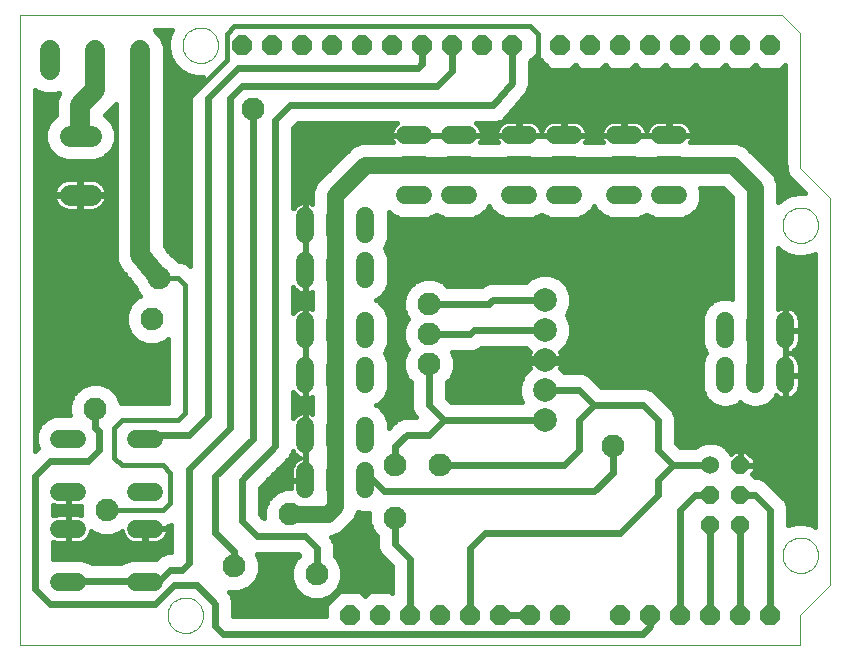
<source format=gbl>
G75*
G70*
%OFA0B0*%
%FSLAX24Y24*%
%IPPOS*%
%LPD*%
%AMOC8*
5,1,8,0,0,1.08239X$1,22.5*
%
%ADD10C,0.0000*%
%ADD11C,0.0600*%
%ADD12OC8,0.0660*%
%ADD13C,0.0660*%
%ADD14C,0.0787*%
%ADD15C,0.0600*%
%ADD16OC8,0.0600*%
%ADD17C,0.0705*%
%ADD18C,0.0760*%
%ADD19C,0.0240*%
%ADD20C,0.0160*%
%ADD21C,0.0560*%
D10*
X000500Y000500D02*
X000500Y021500D01*
X025900Y021500D01*
X026500Y020900D01*
X026500Y016400D01*
X027500Y015400D01*
X027500Y002500D01*
X026500Y001500D01*
X026500Y000500D01*
X000500Y000500D01*
X005409Y001500D02*
X005411Y001548D01*
X005417Y001596D01*
X005427Y001643D01*
X005440Y001689D01*
X005458Y001734D01*
X005478Y001778D01*
X005503Y001820D01*
X005531Y001859D01*
X005561Y001896D01*
X005595Y001930D01*
X005632Y001962D01*
X005670Y001991D01*
X005711Y002016D01*
X005754Y002038D01*
X005799Y002056D01*
X005845Y002070D01*
X005892Y002081D01*
X005940Y002088D01*
X005988Y002091D01*
X006036Y002090D01*
X006084Y002085D01*
X006132Y002076D01*
X006178Y002064D01*
X006223Y002047D01*
X006267Y002027D01*
X006309Y002004D01*
X006349Y001977D01*
X006387Y001947D01*
X006422Y001914D01*
X006454Y001878D01*
X006484Y001840D01*
X006510Y001799D01*
X006532Y001756D01*
X006552Y001712D01*
X006567Y001667D01*
X006579Y001620D01*
X006587Y001572D01*
X006591Y001524D01*
X006591Y001476D01*
X006587Y001428D01*
X006579Y001380D01*
X006567Y001333D01*
X006552Y001288D01*
X006532Y001244D01*
X006510Y001201D01*
X006484Y001160D01*
X006454Y001122D01*
X006422Y001086D01*
X006387Y001053D01*
X006349Y001023D01*
X006309Y000996D01*
X006267Y000973D01*
X006223Y000953D01*
X006178Y000936D01*
X006132Y000924D01*
X006084Y000915D01*
X006036Y000910D01*
X005988Y000909D01*
X005940Y000912D01*
X005892Y000919D01*
X005845Y000930D01*
X005799Y000944D01*
X005754Y000962D01*
X005711Y000984D01*
X005670Y001009D01*
X005632Y001038D01*
X005595Y001070D01*
X005561Y001104D01*
X005531Y001141D01*
X005503Y001180D01*
X005478Y001222D01*
X005458Y001266D01*
X005440Y001311D01*
X005427Y001357D01*
X005417Y001404D01*
X005411Y001452D01*
X005409Y001500D01*
X025909Y003500D02*
X025911Y003548D01*
X025917Y003596D01*
X025927Y003643D01*
X025940Y003689D01*
X025958Y003734D01*
X025978Y003778D01*
X026003Y003820D01*
X026031Y003859D01*
X026061Y003896D01*
X026095Y003930D01*
X026132Y003962D01*
X026170Y003991D01*
X026211Y004016D01*
X026254Y004038D01*
X026299Y004056D01*
X026345Y004070D01*
X026392Y004081D01*
X026440Y004088D01*
X026488Y004091D01*
X026536Y004090D01*
X026584Y004085D01*
X026632Y004076D01*
X026678Y004064D01*
X026723Y004047D01*
X026767Y004027D01*
X026809Y004004D01*
X026849Y003977D01*
X026887Y003947D01*
X026922Y003914D01*
X026954Y003878D01*
X026984Y003840D01*
X027010Y003799D01*
X027032Y003756D01*
X027052Y003712D01*
X027067Y003667D01*
X027079Y003620D01*
X027087Y003572D01*
X027091Y003524D01*
X027091Y003476D01*
X027087Y003428D01*
X027079Y003380D01*
X027067Y003333D01*
X027052Y003288D01*
X027032Y003244D01*
X027010Y003201D01*
X026984Y003160D01*
X026954Y003122D01*
X026922Y003086D01*
X026887Y003053D01*
X026849Y003023D01*
X026809Y002996D01*
X026767Y002973D01*
X026723Y002953D01*
X026678Y002936D01*
X026632Y002924D01*
X026584Y002915D01*
X026536Y002910D01*
X026488Y002909D01*
X026440Y002912D01*
X026392Y002919D01*
X026345Y002930D01*
X026299Y002944D01*
X026254Y002962D01*
X026211Y002984D01*
X026170Y003009D01*
X026132Y003038D01*
X026095Y003070D01*
X026061Y003104D01*
X026031Y003141D01*
X026003Y003180D01*
X025978Y003222D01*
X025958Y003266D01*
X025940Y003311D01*
X025927Y003357D01*
X025917Y003404D01*
X025911Y003452D01*
X025909Y003500D01*
X025909Y014500D02*
X025911Y014548D01*
X025917Y014596D01*
X025927Y014643D01*
X025940Y014689D01*
X025958Y014734D01*
X025978Y014778D01*
X026003Y014820D01*
X026031Y014859D01*
X026061Y014896D01*
X026095Y014930D01*
X026132Y014962D01*
X026170Y014991D01*
X026211Y015016D01*
X026254Y015038D01*
X026299Y015056D01*
X026345Y015070D01*
X026392Y015081D01*
X026440Y015088D01*
X026488Y015091D01*
X026536Y015090D01*
X026584Y015085D01*
X026632Y015076D01*
X026678Y015064D01*
X026723Y015047D01*
X026767Y015027D01*
X026809Y015004D01*
X026849Y014977D01*
X026887Y014947D01*
X026922Y014914D01*
X026954Y014878D01*
X026984Y014840D01*
X027010Y014799D01*
X027032Y014756D01*
X027052Y014712D01*
X027067Y014667D01*
X027079Y014620D01*
X027087Y014572D01*
X027091Y014524D01*
X027091Y014476D01*
X027087Y014428D01*
X027079Y014380D01*
X027067Y014333D01*
X027052Y014288D01*
X027032Y014244D01*
X027010Y014201D01*
X026984Y014160D01*
X026954Y014122D01*
X026922Y014086D01*
X026887Y014053D01*
X026849Y014023D01*
X026809Y013996D01*
X026767Y013973D01*
X026723Y013953D01*
X026678Y013936D01*
X026632Y013924D01*
X026584Y013915D01*
X026536Y013910D01*
X026488Y013909D01*
X026440Y013912D01*
X026392Y013919D01*
X026345Y013930D01*
X026299Y013944D01*
X026254Y013962D01*
X026211Y013984D01*
X026170Y014009D01*
X026132Y014038D01*
X026095Y014070D01*
X026061Y014104D01*
X026031Y014141D01*
X026003Y014180D01*
X025978Y014222D01*
X025958Y014266D01*
X025940Y014311D01*
X025927Y014357D01*
X025917Y014404D01*
X025911Y014452D01*
X025909Y014500D01*
X005909Y020500D02*
X005911Y020548D01*
X005917Y020596D01*
X005927Y020643D01*
X005940Y020689D01*
X005958Y020734D01*
X005978Y020778D01*
X006003Y020820D01*
X006031Y020859D01*
X006061Y020896D01*
X006095Y020930D01*
X006132Y020962D01*
X006170Y020991D01*
X006211Y021016D01*
X006254Y021038D01*
X006299Y021056D01*
X006345Y021070D01*
X006392Y021081D01*
X006440Y021088D01*
X006488Y021091D01*
X006536Y021090D01*
X006584Y021085D01*
X006632Y021076D01*
X006678Y021064D01*
X006723Y021047D01*
X006767Y021027D01*
X006809Y021004D01*
X006849Y020977D01*
X006887Y020947D01*
X006922Y020914D01*
X006954Y020878D01*
X006984Y020840D01*
X007010Y020799D01*
X007032Y020756D01*
X007052Y020712D01*
X007067Y020667D01*
X007079Y020620D01*
X007087Y020572D01*
X007091Y020524D01*
X007091Y020476D01*
X007087Y020428D01*
X007079Y020380D01*
X007067Y020333D01*
X007052Y020288D01*
X007032Y020244D01*
X007010Y020201D01*
X006984Y020160D01*
X006954Y020122D01*
X006922Y020086D01*
X006887Y020053D01*
X006849Y020023D01*
X006809Y019996D01*
X006767Y019973D01*
X006723Y019953D01*
X006678Y019936D01*
X006632Y019924D01*
X006584Y019915D01*
X006536Y019910D01*
X006488Y019909D01*
X006440Y019912D01*
X006392Y019919D01*
X006345Y019930D01*
X006299Y019944D01*
X006254Y019962D01*
X006211Y019984D01*
X006170Y020009D01*
X006132Y020038D01*
X006095Y020070D01*
X006061Y020104D01*
X006031Y020141D01*
X006003Y020180D01*
X005978Y020222D01*
X005958Y020266D01*
X005940Y020311D01*
X005927Y020357D01*
X005917Y020404D01*
X005911Y020452D01*
X005909Y020500D01*
D11*
X010000Y014800D02*
X010000Y014200D01*
X011000Y014200D02*
X011000Y014800D01*
X012000Y014800D02*
X012000Y014200D01*
X012000Y013300D02*
X012000Y012700D01*
X011000Y012700D02*
X011000Y013300D01*
X010000Y013300D02*
X010000Y012700D01*
X010000Y011300D02*
X010000Y010700D01*
X011000Y010700D02*
X011000Y011300D01*
X012000Y011300D02*
X012000Y010700D01*
X012000Y009800D02*
X012000Y009200D01*
X011000Y009200D02*
X011000Y009800D01*
X010000Y009800D02*
X010000Y009200D01*
X010000Y007800D02*
X010000Y007200D01*
X011000Y007200D02*
X011000Y007800D01*
X012000Y007800D02*
X012000Y007200D01*
X012000Y006300D02*
X012000Y005700D01*
X011000Y005700D02*
X011000Y006300D01*
X010000Y006300D02*
X010000Y005700D01*
X004955Y005610D02*
X004355Y005610D01*
X004355Y004390D02*
X004955Y004390D01*
X004955Y002610D02*
X004355Y002610D01*
X002395Y002610D02*
X001795Y002610D01*
X001795Y004390D02*
X002395Y004390D01*
X002395Y005610D02*
X001795Y005610D01*
X001795Y007390D02*
X002395Y007390D01*
X004355Y007390D02*
X004955Y007390D01*
X013325Y015500D02*
X013925Y015500D01*
X014825Y015500D02*
X015425Y015500D01*
X015425Y016500D02*
X014825Y016500D01*
X013925Y016500D02*
X013325Y016500D01*
X013325Y017500D02*
X013925Y017500D01*
X014825Y017500D02*
X015425Y017500D01*
X016825Y017500D02*
X017425Y017500D01*
X018325Y017500D02*
X018925Y017500D01*
X018925Y016500D02*
X018325Y016500D01*
X017425Y016500D02*
X016825Y016500D01*
X016825Y015500D02*
X017425Y015500D01*
X018325Y015500D02*
X018925Y015500D01*
X020325Y015500D02*
X020925Y015500D01*
X021825Y015500D02*
X022425Y015500D01*
X022425Y016500D02*
X021825Y016500D01*
X020925Y016500D02*
X020325Y016500D01*
X020325Y017500D02*
X020925Y017500D01*
X021825Y017500D02*
X022425Y017500D01*
X024000Y011300D02*
X024000Y010700D01*
X024000Y009800D02*
X024000Y009200D01*
X025000Y009200D02*
X025000Y009800D01*
X025000Y010700D02*
X025000Y011300D01*
X026000Y011300D02*
X026000Y010700D01*
X026000Y009800D02*
X026000Y009200D01*
D12*
X025500Y001500D03*
X024500Y001500D03*
X023500Y001500D03*
X022500Y001500D03*
X021500Y001500D03*
X020500Y001500D03*
X018500Y001500D03*
X017500Y001500D03*
X016500Y001500D03*
X015500Y001500D03*
X014500Y001500D03*
X013500Y001500D03*
X012500Y001500D03*
X011500Y001500D03*
X011900Y020500D03*
X012900Y020500D03*
X013900Y020500D03*
X014900Y020500D03*
X015900Y020500D03*
X016900Y020500D03*
X018500Y020500D03*
X019500Y020500D03*
X020500Y020500D03*
X021500Y020500D03*
X022500Y020500D03*
X023500Y020500D03*
X024500Y020500D03*
X025500Y020500D03*
X010900Y020500D03*
X009900Y020500D03*
X008900Y020500D03*
X007900Y020500D03*
D13*
X004500Y020330D02*
X004500Y019670D01*
X004500Y020000D02*
X004500Y013500D01*
X005125Y012750D01*
X002500Y017484D02*
X002500Y018500D01*
X003000Y019000D01*
X003000Y020000D01*
X003000Y020330D02*
X003000Y019670D01*
X001500Y019670D02*
X001500Y020330D01*
D14*
X018000Y012000D03*
X018000Y011000D03*
X018000Y010000D03*
X018000Y009000D03*
X018000Y008000D03*
D15*
X023500Y006500D03*
D16*
X024500Y006500D03*
X024500Y005500D03*
X023500Y005500D03*
X023500Y004500D03*
X024500Y004500D03*
D17*
X002853Y015516D02*
X002148Y015516D01*
X002148Y017484D02*
X002853Y017484D01*
D18*
X005750Y018750D03*
X008250Y018375D03*
X005125Y012750D03*
X004875Y011375D03*
X003000Y008375D03*
X003375Y005000D03*
X007625Y003125D03*
X009500Y004875D03*
X010375Y002875D03*
X012000Y003000D03*
X013000Y004750D03*
X013000Y006500D03*
X014500Y006500D03*
X014125Y009875D03*
X014125Y010875D03*
X014125Y011875D03*
X020250Y007125D03*
X025125Y007625D03*
D19*
X023500Y006500D02*
X022250Y006500D01*
X021750Y007000D01*
X021750Y008000D01*
X021250Y008500D01*
X019625Y008500D01*
X019125Y009000D01*
X018000Y009000D01*
X018000Y008000D02*
X014625Y008000D01*
X014125Y008500D01*
X014125Y009875D01*
X014125Y010875D02*
X015500Y010875D01*
X015625Y011000D01*
X018000Y011000D01*
X018000Y012000D02*
X016250Y012000D01*
X016125Y011875D01*
X014125Y011875D01*
X014625Y008000D02*
X014125Y007500D01*
X013375Y007500D01*
X013000Y007125D01*
X013000Y006500D01*
X012250Y006000D02*
X012625Y005625D01*
X019625Y005625D01*
X020250Y006250D01*
X020250Y007125D01*
X019125Y007000D02*
X019125Y008000D01*
X019625Y008500D01*
X019125Y007000D02*
X018625Y006500D01*
X014500Y006500D01*
X012250Y006000D02*
X012000Y006000D01*
X013000Y004750D02*
X013000Y003875D01*
X013500Y003375D01*
X013500Y001500D01*
X015500Y001500D02*
X015500Y003750D01*
X016000Y004250D01*
X020500Y004250D01*
X021750Y005500D01*
X021750Y006000D01*
X022250Y006500D01*
X023000Y005500D02*
X022500Y005000D01*
X022500Y001500D01*
X021500Y001500D02*
X021500Y001125D01*
X021250Y000875D01*
X007250Y000875D01*
X007000Y001125D01*
X007000Y001875D01*
X006375Y002500D01*
X005625Y002500D01*
X005000Y001875D01*
X001500Y001875D01*
X001000Y002375D01*
X001000Y006125D01*
X001500Y006625D01*
X002750Y006625D01*
X003125Y007000D01*
X003125Y007625D01*
X003000Y007750D01*
X003000Y008375D01*
X004670Y007500D02*
X004655Y007390D01*
X004670Y007500D02*
X006125Y007500D01*
X006750Y008125D01*
X006750Y018750D01*
X007750Y019750D01*
X013750Y019750D01*
X013875Y019875D01*
X013875Y020000D01*
X013875Y020500D01*
X014875Y020500D02*
X014875Y019625D01*
X014375Y019125D01*
X007875Y019125D01*
X007500Y018750D01*
X007500Y007750D01*
X006125Y006375D01*
X006125Y003250D01*
X005875Y003000D01*
X005500Y003000D01*
X005125Y002625D01*
X004625Y002625D01*
X002125Y002625D01*
X004625Y002625D02*
X004625Y002640D01*
X004655Y002610D01*
X007000Y004250D02*
X007625Y003625D01*
X007625Y003125D01*
X008375Y004125D02*
X010000Y004125D01*
X010375Y003750D01*
X010375Y002875D01*
X008375Y004125D02*
X007875Y004625D01*
X007875Y006000D01*
X009000Y007125D01*
X009000Y018000D01*
X009500Y018500D01*
X016250Y018500D01*
X016875Y019250D01*
X016875Y020500D01*
X008250Y018375D02*
X008250Y007375D01*
X007000Y006125D01*
X007000Y004250D01*
X016500Y001500D02*
X017500Y001500D01*
X023000Y005500D02*
X023500Y005500D01*
X024500Y005500D02*
X025000Y005500D01*
X025500Y005000D01*
X025500Y001500D01*
X024500Y001500D02*
X024500Y004500D01*
X023500Y004500D02*
X023500Y001500D01*
D20*
X026100Y004501D02*
X026100Y005119D01*
X026009Y005340D01*
X025840Y005509D01*
X025340Y006009D01*
X025119Y006100D01*
X025003Y006100D01*
X024891Y006212D01*
X024980Y006301D01*
X024980Y006480D01*
X024520Y006480D01*
X024520Y006520D01*
X024480Y006520D01*
X024480Y006980D01*
X024301Y006980D01*
X024191Y006870D01*
X024161Y006942D01*
X023942Y007161D01*
X023655Y007280D01*
X023345Y007280D01*
X023058Y007161D01*
X022997Y007100D01*
X022499Y007100D01*
X022350Y007249D01*
X022350Y008119D01*
X022259Y008340D01*
X021759Y008840D01*
X021590Y009009D01*
X021369Y009100D01*
X019874Y009100D01*
X019634Y009340D01*
X019465Y009509D01*
X019244Y009600D01*
X018636Y009600D01*
X018506Y009730D01*
X018532Y009780D01*
X018560Y009866D01*
X018568Y009920D01*
X018080Y009920D01*
X018080Y010080D01*
X018568Y010080D01*
X018560Y010134D01*
X018532Y010220D01*
X018506Y010270D01*
X018741Y010505D01*
X018874Y010826D01*
X018874Y011174D01*
X018741Y011495D01*
X018736Y011500D01*
X018741Y011505D01*
X018874Y011826D01*
X018874Y012174D01*
X018741Y012495D01*
X018495Y012741D01*
X018174Y012874D01*
X017826Y012874D01*
X017505Y012741D01*
X017364Y012600D01*
X016131Y012600D01*
X015910Y012509D01*
X015880Y012479D01*
X015871Y012475D01*
X014741Y012475D01*
X014612Y012604D01*
X014296Y012735D01*
X013954Y012735D01*
X013638Y012604D01*
X013396Y012362D01*
X013265Y012046D01*
X013265Y011704D01*
X013396Y011388D01*
X013409Y011375D01*
X013396Y011362D01*
X013265Y011046D01*
X013265Y010704D01*
X013396Y010388D01*
X013409Y010375D01*
X013396Y010362D01*
X013265Y010046D01*
X013265Y009704D01*
X013396Y009388D01*
X013525Y009259D01*
X013525Y008381D01*
X013616Y008160D01*
X013676Y008100D01*
X013256Y008100D01*
X013035Y008009D01*
X012866Y007840D01*
X012780Y007754D01*
X012780Y007955D01*
X012661Y008242D01*
X012442Y008461D01*
X012348Y008500D01*
X012442Y008539D01*
X012661Y008758D01*
X012780Y009045D01*
X012780Y009955D01*
X012661Y010242D01*
X012653Y010250D01*
X012661Y010258D01*
X012780Y010545D01*
X012780Y011455D01*
X012661Y011742D01*
X012442Y011961D01*
X012348Y012000D01*
X012442Y012039D01*
X012661Y012258D01*
X012780Y012545D01*
X012780Y013455D01*
X012661Y013742D01*
X012653Y013750D01*
X012661Y013758D01*
X012780Y014045D01*
X012780Y014942D01*
X012883Y014839D01*
X013170Y014720D01*
X014080Y014720D01*
X014367Y014839D01*
X014375Y014847D01*
X014383Y014839D01*
X014670Y014720D01*
X015580Y014720D01*
X015867Y014839D01*
X016086Y015058D01*
X016125Y015152D01*
X016164Y015058D01*
X016383Y014839D01*
X016670Y014720D01*
X017580Y014720D01*
X017867Y014839D01*
X017875Y014847D01*
X017883Y014839D01*
X018170Y014720D01*
X019080Y014720D01*
X019367Y014839D01*
X019586Y015058D01*
X019625Y015152D01*
X019664Y015058D01*
X019883Y014839D01*
X020170Y014720D01*
X021080Y014720D01*
X021367Y014839D01*
X021375Y014847D01*
X021383Y014839D01*
X021670Y014720D01*
X022580Y014720D01*
X022867Y014839D01*
X023086Y015058D01*
X023205Y015345D01*
X023205Y015655D01*
X023170Y015740D01*
X023935Y015740D01*
X024240Y015435D01*
X024240Y012045D01*
X024155Y012080D01*
X023845Y012080D01*
X023558Y011961D01*
X023339Y011742D01*
X023220Y011455D01*
X023220Y010545D01*
X023339Y010258D01*
X023347Y010250D01*
X023339Y010242D01*
X023220Y009955D01*
X023220Y009045D01*
X023339Y008758D01*
X023558Y008539D01*
X023845Y008420D01*
X024155Y008420D01*
X024442Y008539D01*
X024500Y008597D01*
X024558Y008539D01*
X024845Y008420D01*
X025155Y008420D01*
X025442Y008539D01*
X025661Y008758D01*
X025691Y008831D01*
X025748Y008789D01*
X025816Y008755D01*
X025888Y008732D01*
X025962Y008720D01*
X025980Y008720D01*
X025980Y009480D01*
X026020Y009480D01*
X026020Y009520D01*
X025980Y009520D01*
X025980Y010980D01*
X026020Y010980D01*
X026020Y011020D01*
X026480Y011020D01*
X026480Y011338D01*
X026468Y011412D01*
X026445Y011484D01*
X026411Y011552D01*
X026366Y011613D01*
X026313Y011666D01*
X026252Y011711D01*
X026184Y011745D01*
X026112Y011768D01*
X026038Y011780D01*
X026020Y011780D01*
X026020Y011020D01*
X025980Y011020D01*
X025980Y011780D01*
X025962Y011780D01*
X025888Y011768D01*
X025816Y011745D01*
X025760Y011716D01*
X025760Y013726D01*
X025843Y013643D01*
X026087Y013502D01*
X026359Y013429D01*
X026641Y013429D01*
X026913Y013502D01*
X027000Y013553D01*
X027000Y004447D01*
X026913Y004498D01*
X026641Y004571D01*
X026359Y004571D01*
X026100Y004501D01*
X026100Y004621D02*
X027000Y004621D01*
X027000Y004463D02*
X026974Y004463D01*
X027000Y004780D02*
X026100Y004780D01*
X026100Y004938D02*
X027000Y004938D01*
X027000Y005097D02*
X026100Y005097D01*
X026044Y005255D02*
X027000Y005255D01*
X027000Y005414D02*
X025935Y005414D01*
X025777Y005572D02*
X027000Y005572D01*
X027000Y005731D02*
X025618Y005731D01*
X025460Y005889D02*
X027000Y005889D01*
X027000Y006048D02*
X025246Y006048D01*
X024897Y006206D02*
X027000Y006206D01*
X027000Y006365D02*
X024980Y006365D01*
X024980Y006520D02*
X024980Y006699D01*
X024699Y006980D01*
X024520Y006980D01*
X024520Y006520D01*
X024980Y006520D01*
X024980Y006523D02*
X027000Y006523D01*
X027000Y006682D02*
X024980Y006682D01*
X024839Y006840D02*
X027000Y006840D01*
X027000Y006999D02*
X024105Y006999D01*
X023946Y007157D02*
X027000Y007157D01*
X027000Y007316D02*
X022350Y007316D01*
X022350Y007474D02*
X027000Y007474D01*
X027000Y007633D02*
X022350Y007633D01*
X022350Y007791D02*
X027000Y007791D01*
X027000Y007950D02*
X022350Y007950D01*
X022350Y008108D02*
X027000Y008108D01*
X027000Y008267D02*
X022289Y008267D01*
X022174Y008425D02*
X023833Y008425D01*
X024167Y008425D02*
X024833Y008425D01*
X024513Y008584D02*
X024487Y008584D01*
X025167Y008425D02*
X027000Y008425D01*
X027000Y008584D02*
X025487Y008584D01*
X025645Y008742D02*
X025856Y008742D01*
X025980Y008742D02*
X026020Y008742D01*
X026020Y008720D02*
X026038Y008720D01*
X026112Y008732D01*
X026184Y008755D01*
X026252Y008789D01*
X026313Y008834D01*
X026366Y008887D01*
X026411Y008948D01*
X026445Y009016D01*
X026468Y009088D01*
X026480Y009162D01*
X026480Y009480D01*
X026020Y009480D01*
X026020Y008720D01*
X026144Y008742D02*
X027000Y008742D01*
X027000Y008901D02*
X026376Y008901D01*
X026459Y009059D02*
X027000Y009059D01*
X027000Y009218D02*
X026480Y009218D01*
X026480Y009376D02*
X027000Y009376D01*
X027000Y009535D02*
X026480Y009535D01*
X026480Y009520D02*
X026480Y009838D01*
X026468Y009912D01*
X026445Y009984D01*
X026411Y010052D01*
X026366Y010113D01*
X026313Y010166D01*
X026252Y010211D01*
X026184Y010245D01*
X026168Y010250D01*
X026184Y010255D01*
X026252Y010289D01*
X026313Y010334D01*
X026366Y010387D01*
X026411Y010448D01*
X026445Y010516D01*
X026468Y010588D01*
X026480Y010662D01*
X026480Y010980D01*
X026020Y010980D01*
X026020Y010220D01*
X026020Y009520D01*
X026480Y009520D01*
X026480Y009693D02*
X027000Y009693D01*
X027000Y009852D02*
X026478Y009852D01*
X026432Y010010D02*
X027000Y010010D01*
X027000Y010169D02*
X026309Y010169D01*
X026303Y010327D02*
X027000Y010327D01*
X027000Y010486D02*
X026429Y010486D01*
X026477Y010644D02*
X027000Y010644D01*
X027000Y010803D02*
X026480Y010803D01*
X026480Y010961D02*
X027000Y010961D01*
X027000Y011120D02*
X026480Y011120D01*
X026480Y011278D02*
X027000Y011278D01*
X027000Y011437D02*
X026460Y011437D01*
X026379Y011595D02*
X027000Y011595D01*
X027000Y011754D02*
X026158Y011754D01*
X026020Y011754D02*
X025980Y011754D01*
X025842Y011754D02*
X025760Y011754D01*
X025760Y011912D02*
X027000Y011912D01*
X027000Y012071D02*
X025760Y012071D01*
X025760Y012229D02*
X027000Y012229D01*
X027000Y012388D02*
X025760Y012388D01*
X025760Y012546D02*
X027000Y012546D01*
X027000Y012705D02*
X025760Y012705D01*
X025760Y012863D02*
X027000Y012863D01*
X027000Y013022D02*
X025760Y013022D01*
X025760Y013180D02*
X027000Y013180D01*
X027000Y013339D02*
X025760Y013339D01*
X025760Y013497D02*
X026107Y013497D01*
X025830Y013656D02*
X025760Y013656D01*
X026893Y013497D02*
X027000Y013497D01*
X025760Y015274D02*
X025760Y015901D01*
X025644Y016181D01*
X025431Y016394D01*
X024681Y017144D01*
X024401Y017260D01*
X022841Y017260D01*
X022870Y017316D01*
X022893Y017388D01*
X022905Y017462D01*
X022905Y017480D01*
X022145Y017480D01*
X022145Y017520D01*
X022105Y017520D01*
X022105Y017980D01*
X021787Y017980D01*
X021713Y017968D01*
X021641Y017945D01*
X021573Y017911D01*
X021512Y017866D01*
X021459Y017813D01*
X021414Y017752D01*
X021380Y017684D01*
X021375Y017668D01*
X021370Y017684D01*
X021336Y017752D01*
X021291Y017813D01*
X021238Y017866D01*
X021177Y017911D01*
X021109Y017945D01*
X021037Y017968D01*
X020963Y017980D01*
X020645Y017980D01*
X020645Y017520D01*
X021405Y017520D01*
X022105Y017520D01*
X022105Y017480D01*
X020645Y017480D01*
X020645Y017520D01*
X020605Y017520D01*
X020605Y017980D01*
X020287Y017980D01*
X020213Y017968D01*
X020141Y017945D01*
X020073Y017911D01*
X020012Y017866D01*
X019959Y017813D01*
X019914Y017752D01*
X019880Y017684D01*
X019857Y017612D01*
X019845Y017538D01*
X019845Y017520D01*
X020605Y017520D01*
X020605Y017480D01*
X019845Y017480D01*
X019845Y017462D01*
X019857Y017388D01*
X019880Y017316D01*
X019909Y017260D01*
X019341Y017260D01*
X019370Y017316D01*
X019393Y017388D01*
X019405Y017462D01*
X019405Y017480D01*
X018645Y017480D01*
X018645Y017520D01*
X018605Y017520D01*
X018605Y017980D01*
X018287Y017980D01*
X018213Y017968D01*
X018141Y017945D01*
X018073Y017911D01*
X018012Y017866D01*
X017959Y017813D01*
X017914Y017752D01*
X017880Y017684D01*
X017875Y017668D01*
X017870Y017684D01*
X017836Y017752D01*
X017791Y017813D01*
X017738Y017866D01*
X017677Y017911D01*
X017609Y017945D01*
X017537Y017968D01*
X017463Y017980D01*
X017145Y017980D01*
X017145Y017520D01*
X017905Y017520D01*
X018605Y017520D01*
X018605Y017480D01*
X017145Y017480D01*
X017145Y017520D01*
X017105Y017520D01*
X017105Y017980D01*
X016787Y017980D01*
X016713Y017968D01*
X016641Y017945D01*
X016573Y017911D01*
X016512Y017866D01*
X016459Y017813D01*
X016414Y017752D01*
X016380Y017684D01*
X016357Y017612D01*
X016345Y017538D01*
X016345Y017520D01*
X017105Y017520D01*
X017105Y017480D01*
X016345Y017480D01*
X016345Y017462D01*
X016357Y017388D01*
X016380Y017316D01*
X016409Y017260D01*
X015841Y017260D01*
X015870Y017316D01*
X015893Y017388D01*
X015905Y017462D01*
X015905Y017480D01*
X015145Y017480D01*
X015145Y017520D01*
X015905Y017520D01*
X015905Y017538D01*
X015893Y017612D01*
X015870Y017684D01*
X015836Y017752D01*
X015791Y017813D01*
X015738Y017866D01*
X015691Y017900D01*
X016159Y017900D01*
X016185Y017892D01*
X016277Y017900D01*
X016369Y017900D01*
X016395Y017911D01*
X016423Y017913D01*
X016505Y017956D01*
X016590Y017991D01*
X016610Y018011D01*
X016635Y018024D01*
X016694Y018095D01*
X016759Y018160D01*
X016769Y018186D01*
X017319Y018845D01*
X017384Y018910D01*
X017394Y018936D01*
X017412Y018958D01*
X017440Y019046D01*
X017475Y019131D01*
X017475Y019159D01*
X017483Y019185D01*
X017475Y019277D01*
X017475Y019929D01*
X017700Y020154D01*
X017700Y020154D01*
X018164Y019690D01*
X018836Y019690D01*
X019000Y019854D01*
X019164Y019690D01*
X019836Y019690D01*
X020000Y019854D01*
X020164Y019690D01*
X020836Y019690D01*
X021000Y019854D01*
X021164Y019690D01*
X021836Y019690D01*
X022000Y019854D01*
X022164Y019690D01*
X022836Y019690D01*
X023000Y019854D01*
X023164Y019690D01*
X023836Y019690D01*
X024000Y019854D01*
X024164Y019690D01*
X024836Y019690D01*
X025000Y019854D01*
X025164Y019690D01*
X025836Y019690D01*
X026000Y019854D01*
X026000Y016500D01*
X026020Y016480D01*
X026020Y016305D01*
X026093Y016128D01*
X026228Y015993D01*
X026654Y015567D01*
X026641Y015571D01*
X026359Y015571D01*
X026087Y015498D01*
X025843Y015357D01*
X025760Y015274D01*
X025760Y015399D02*
X025916Y015399D01*
X025760Y015558D02*
X026310Y015558D01*
X026505Y015716D02*
X025760Y015716D01*
X025760Y015875D02*
X026347Y015875D01*
X026188Y016033D02*
X025705Y016033D01*
X025633Y016192D02*
X026067Y016192D01*
X026020Y016350D02*
X025475Y016350D01*
X025316Y016509D02*
X026000Y016509D01*
X026000Y016667D02*
X025158Y016667D01*
X024999Y016826D02*
X026000Y016826D01*
X026000Y016984D02*
X024841Y016984D01*
X024682Y017143D02*
X026000Y017143D01*
X026000Y017301D02*
X022862Y017301D01*
X022905Y017460D02*
X026000Y017460D01*
X026000Y017618D02*
X022891Y017618D01*
X022893Y017612D02*
X022870Y017684D01*
X022836Y017752D01*
X022791Y017813D01*
X022738Y017866D01*
X022677Y017911D01*
X022609Y017945D01*
X022537Y017968D01*
X022463Y017980D01*
X022145Y017980D01*
X022145Y017520D01*
X022905Y017520D01*
X022905Y017538D01*
X022893Y017612D01*
X022817Y017777D02*
X026000Y017777D01*
X026000Y017935D02*
X022629Y017935D01*
X022145Y017935D02*
X022105Y017935D01*
X022105Y017777D02*
X022145Y017777D01*
X022145Y017618D02*
X022105Y017618D01*
X021621Y017935D02*
X021129Y017935D01*
X021317Y017777D02*
X021433Y017777D01*
X020645Y017777D02*
X020605Y017777D01*
X020605Y017935D02*
X020645Y017935D01*
X020645Y017618D02*
X020605Y017618D01*
X020121Y017935D02*
X019129Y017935D01*
X019109Y017945D02*
X019037Y017968D01*
X018963Y017980D01*
X018645Y017980D01*
X018645Y017520D01*
X019405Y017520D01*
X019405Y017538D01*
X019393Y017612D01*
X019370Y017684D01*
X019336Y017752D01*
X019291Y017813D01*
X019238Y017866D01*
X019177Y017911D01*
X019109Y017945D01*
X019317Y017777D02*
X019933Y017777D01*
X019859Y017618D02*
X019391Y017618D01*
X019405Y017460D02*
X019845Y017460D01*
X019888Y017301D02*
X019362Y017301D01*
X018645Y017618D02*
X018605Y017618D01*
X018605Y017777D02*
X018645Y017777D01*
X018645Y017935D02*
X018605Y017935D01*
X018121Y017935D02*
X017629Y017935D01*
X017817Y017777D02*
X017933Y017777D01*
X017145Y017777D02*
X017105Y017777D01*
X017105Y017935D02*
X017145Y017935D01*
X017145Y017618D02*
X017105Y017618D01*
X016621Y017935D02*
X016465Y017935D01*
X016433Y017777D02*
X015817Y017777D01*
X015891Y017618D02*
X016359Y017618D01*
X016345Y017460D02*
X015905Y017460D01*
X015862Y017301D02*
X016388Y017301D01*
X016692Y018094D02*
X026000Y018094D01*
X026000Y018252D02*
X016824Y018252D01*
X016956Y018411D02*
X026000Y018411D01*
X026000Y018569D02*
X017089Y018569D01*
X017221Y018728D02*
X026000Y018728D01*
X026000Y018886D02*
X017360Y018886D01*
X017439Y019045D02*
X026000Y019045D01*
X026000Y019203D02*
X017482Y019203D01*
X017475Y019362D02*
X026000Y019362D01*
X026000Y019520D02*
X017475Y019520D01*
X017475Y019679D02*
X026000Y019679D01*
X025983Y019837D02*
X026000Y019837D01*
X025017Y019837D02*
X024983Y019837D01*
X024017Y019837D02*
X023983Y019837D01*
X023017Y019837D02*
X022983Y019837D01*
X022017Y019837D02*
X021983Y019837D01*
X021017Y019837D02*
X020983Y019837D01*
X020017Y019837D02*
X019983Y019837D01*
X019017Y019837D02*
X018983Y019837D01*
X018017Y019837D02*
X017475Y019837D01*
X017541Y019996D02*
X017859Y019996D01*
X017750Y019500D02*
X017750Y020875D01*
X017500Y021125D01*
X007625Y021125D01*
X007375Y020875D01*
X007375Y020000D01*
X006125Y018750D01*
X006150Y018728D02*
X005310Y018728D01*
X005310Y018886D02*
X006157Y018886D01*
X006150Y018869D02*
X006150Y013142D01*
X006067Y013225D01*
X005861Y013310D01*
X005781Y013310D01*
X005612Y013479D01*
X005551Y013505D01*
X005310Y013793D01*
X005310Y020491D01*
X005187Y020789D01*
X004976Y021000D01*
X005553Y021000D01*
X005502Y020913D01*
X005429Y020641D01*
X005429Y020359D01*
X005502Y020087D01*
X005643Y019843D01*
X005843Y019643D01*
X006087Y019502D01*
X006359Y019429D01*
X006581Y019429D01*
X006410Y019259D01*
X006241Y019090D01*
X006150Y018869D01*
X006223Y019045D02*
X005310Y019045D01*
X005310Y019203D02*
X006355Y019203D01*
X006410Y019259D02*
X006410Y019259D01*
X006513Y019362D02*
X005310Y019362D01*
X005310Y019520D02*
X006056Y019520D01*
X005807Y019679D02*
X005310Y019679D01*
X005310Y019837D02*
X005649Y019837D01*
X005555Y019996D02*
X005310Y019996D01*
X005310Y020154D02*
X005484Y020154D01*
X005442Y020313D02*
X005310Y020313D01*
X005310Y020471D02*
X005429Y020471D01*
X005429Y020630D02*
X005253Y020630D01*
X005187Y020788D02*
X005469Y020788D01*
X005522Y020947D02*
X005029Y020947D01*
X005310Y018569D02*
X006150Y018569D01*
X006150Y018411D02*
X005310Y018411D01*
X005310Y018252D02*
X006150Y018252D01*
X006150Y018094D02*
X005310Y018094D01*
X005310Y017935D02*
X006150Y017935D01*
X006150Y017777D02*
X005310Y017777D01*
X005310Y017618D02*
X006150Y017618D01*
X006150Y017460D02*
X005310Y017460D01*
X005310Y017301D02*
X006150Y017301D01*
X006150Y017143D02*
X005310Y017143D01*
X005310Y016984D02*
X006150Y016984D01*
X006150Y016826D02*
X005310Y016826D01*
X005310Y016667D02*
X006150Y016667D01*
X006150Y016509D02*
X005310Y016509D01*
X005310Y016350D02*
X006150Y016350D01*
X006150Y016192D02*
X005310Y016192D01*
X005310Y016033D02*
X006150Y016033D01*
X006150Y015875D02*
X005310Y015875D01*
X005310Y015716D02*
X006150Y015716D01*
X006150Y015558D02*
X005310Y015558D01*
X005310Y015399D02*
X006150Y015399D01*
X006150Y015241D02*
X005310Y015241D01*
X005310Y015082D02*
X006150Y015082D01*
X006150Y014924D02*
X005310Y014924D01*
X005310Y014765D02*
X006150Y014765D01*
X006150Y014607D02*
X005310Y014607D01*
X005310Y014448D02*
X006150Y014448D01*
X006150Y014290D02*
X005310Y014290D01*
X005310Y014131D02*
X006150Y014131D01*
X006150Y013973D02*
X005310Y013973D01*
X005310Y013814D02*
X006150Y013814D01*
X006150Y013656D02*
X005425Y013656D01*
X005569Y013497D02*
X006150Y013497D01*
X006150Y013339D02*
X005753Y013339D01*
X006112Y013180D02*
X006150Y013180D01*
X005750Y012750D02*
X006000Y012500D01*
X006000Y008250D01*
X005750Y008000D01*
X003875Y008000D01*
X003625Y007750D01*
X003625Y006750D01*
X003875Y006500D01*
X005250Y006500D01*
X005500Y006250D01*
X005500Y005250D01*
X005250Y005000D01*
X003375Y005000D01*
X002515Y004938D02*
X001600Y004938D01*
X001611Y004835D02*
X001600Y004829D01*
X001600Y005171D01*
X001611Y005165D01*
X001683Y005142D01*
X001757Y005130D01*
X002075Y005130D01*
X002075Y005590D01*
X002115Y005590D01*
X002115Y005130D01*
X002433Y005130D01*
X002507Y005142D01*
X002515Y005144D01*
X002515Y004856D01*
X002507Y004858D01*
X002433Y004870D01*
X002115Y004870D01*
X002115Y004410D01*
X002075Y004410D01*
X002075Y004870D01*
X001757Y004870D01*
X001683Y004858D01*
X001611Y004835D01*
X001600Y005097D02*
X002515Y005097D01*
X002115Y005255D02*
X002075Y005255D01*
X002075Y005414D02*
X002115Y005414D01*
X002115Y005572D02*
X002075Y005572D01*
X002075Y004780D02*
X002115Y004780D01*
X002115Y004621D02*
X002075Y004621D01*
X002075Y004463D02*
X002115Y004463D01*
X002115Y004370D02*
X002115Y003910D01*
X002433Y003910D01*
X002507Y003922D01*
X002579Y003945D01*
X002647Y003979D01*
X002708Y004024D01*
X002761Y004077D01*
X002806Y004138D01*
X002840Y004206D01*
X002863Y004278D01*
X002866Y004293D01*
X002888Y004271D01*
X003204Y004140D01*
X003546Y004140D01*
X003862Y004271D01*
X003884Y004293D01*
X003887Y004278D01*
X003910Y004206D01*
X003944Y004138D01*
X003989Y004077D01*
X004042Y004024D01*
X004103Y003979D01*
X004171Y003945D01*
X004243Y003922D01*
X004317Y003910D01*
X004635Y003910D01*
X004635Y004370D01*
X004675Y004370D01*
X004675Y004410D01*
X005435Y004410D01*
X005435Y004428D01*
X005429Y004468D01*
X005525Y004508D01*
X005525Y003600D01*
X005381Y003600D01*
X005160Y003509D01*
X005041Y003390D01*
X004200Y003390D01*
X003913Y003271D01*
X003867Y003225D01*
X002883Y003225D01*
X002837Y003271D01*
X002550Y003390D01*
X001640Y003390D01*
X001600Y003373D01*
X001600Y003951D01*
X001611Y003945D01*
X001683Y003922D01*
X001757Y003910D01*
X002075Y003910D01*
X002075Y004370D01*
X002115Y004370D01*
X002115Y004304D02*
X002075Y004304D01*
X002075Y004146D02*
X002115Y004146D01*
X002115Y003987D02*
X002075Y003987D01*
X001600Y003829D02*
X005525Y003829D01*
X005525Y003987D02*
X005217Y003987D01*
X005207Y003979D02*
X005268Y004024D01*
X005321Y004077D01*
X005366Y004138D01*
X005400Y004206D01*
X005423Y004278D01*
X005435Y004352D01*
X005435Y004370D01*
X004675Y004370D01*
X004675Y003910D01*
X004993Y003910D01*
X005067Y003922D01*
X005139Y003945D01*
X005207Y003979D01*
X005369Y004146D02*
X005525Y004146D01*
X005525Y004304D02*
X005427Y004304D01*
X005429Y004463D02*
X005525Y004463D01*
X005525Y003670D02*
X001600Y003670D01*
X001600Y003512D02*
X005167Y003512D01*
X004675Y003987D02*
X004635Y003987D01*
X004635Y004146D02*
X004675Y004146D01*
X004675Y004304D02*
X004635Y004304D01*
X004093Y003987D02*
X002657Y003987D01*
X002809Y004146D02*
X003191Y004146D01*
X003559Y004146D02*
X003941Y004146D01*
X004111Y003353D02*
X002639Y003353D01*
X001000Y006974D02*
X001000Y019024D01*
X001041Y018983D01*
X001339Y018860D01*
X001661Y018860D01*
X001795Y018916D01*
X001690Y018661D01*
X001690Y018196D01*
X001676Y018190D01*
X001442Y017956D01*
X001315Y017650D01*
X001315Y017319D01*
X001442Y017013D01*
X001676Y016778D01*
X001982Y016652D01*
X003018Y016652D01*
X003324Y016778D01*
X003558Y017013D01*
X003685Y017319D01*
X003685Y017650D01*
X003558Y017956D01*
X003330Y018184D01*
X003687Y018541D01*
X003690Y018549D01*
X003690Y013537D01*
X003679Y013413D01*
X003690Y013377D01*
X003690Y013339D01*
X003738Y013224D01*
X003775Y013105D01*
X003799Y013076D01*
X003813Y013041D01*
X003901Y012953D01*
X004316Y012455D01*
X004396Y012263D01*
X004506Y012153D01*
X004388Y012104D01*
X004146Y011862D01*
X004015Y011546D01*
X004015Y011204D01*
X004146Y010888D01*
X004388Y010646D01*
X004704Y010515D01*
X005046Y010515D01*
X005362Y010646D01*
X005440Y010724D01*
X005440Y008560D01*
X003854Y008560D01*
X003729Y008862D01*
X003487Y009104D01*
X003171Y009235D01*
X002829Y009235D01*
X002513Y009104D01*
X002271Y008862D01*
X002140Y008546D01*
X002140Y008204D01*
X002154Y008170D01*
X001640Y008170D01*
X001353Y008051D01*
X001134Y007832D01*
X001015Y007545D01*
X001015Y007235D01*
X001087Y007061D01*
X001000Y006974D01*
X001000Y006999D02*
X001025Y006999D01*
X001000Y007157D02*
X001047Y007157D01*
X001015Y007316D02*
X001000Y007316D01*
X001000Y007474D02*
X001015Y007474D01*
X001000Y007633D02*
X001051Y007633D01*
X001000Y007791D02*
X001117Y007791D01*
X001000Y007950D02*
X001251Y007950D01*
X001490Y008108D02*
X001000Y008108D01*
X001000Y008267D02*
X002140Y008267D01*
X002140Y008425D02*
X001000Y008425D01*
X001000Y008584D02*
X002156Y008584D01*
X002221Y008742D02*
X001000Y008742D01*
X001000Y008901D02*
X002309Y008901D01*
X002468Y009059D02*
X001000Y009059D01*
X001000Y009218D02*
X002787Y009218D01*
X003213Y009218D02*
X005440Y009218D01*
X005440Y009376D02*
X001000Y009376D01*
X001000Y009535D02*
X005440Y009535D01*
X005440Y009693D02*
X001000Y009693D01*
X001000Y009852D02*
X005440Y009852D01*
X005440Y010010D02*
X001000Y010010D01*
X001000Y010169D02*
X005440Y010169D01*
X005440Y010327D02*
X001000Y010327D01*
X001000Y010486D02*
X005440Y010486D01*
X005440Y010644D02*
X005358Y010644D01*
X004392Y010644D02*
X001000Y010644D01*
X001000Y010803D02*
X004231Y010803D01*
X004116Y010961D02*
X001000Y010961D01*
X001000Y011120D02*
X004050Y011120D01*
X004015Y011278D02*
X001000Y011278D01*
X001000Y011437D02*
X004015Y011437D01*
X004035Y011595D02*
X001000Y011595D01*
X001000Y011754D02*
X004101Y011754D01*
X004196Y011912D02*
X001000Y011912D01*
X001000Y012071D02*
X004354Y012071D01*
X004430Y012229D02*
X001000Y012229D01*
X001000Y012388D02*
X004344Y012388D01*
X004241Y012546D02*
X001000Y012546D01*
X001000Y012705D02*
X004109Y012705D01*
X003976Y012863D02*
X001000Y012863D01*
X001000Y013022D02*
X003833Y013022D01*
X003751Y013180D02*
X001000Y013180D01*
X001000Y013339D02*
X003690Y013339D01*
X003686Y013497D02*
X001000Y013497D01*
X001000Y013656D02*
X003690Y013656D01*
X003690Y013814D02*
X001000Y013814D01*
X001000Y013973D02*
X003690Y013973D01*
X003690Y014131D02*
X001000Y014131D01*
X001000Y014290D02*
X003690Y014290D01*
X003690Y014448D02*
X001000Y014448D01*
X001000Y014607D02*
X003690Y014607D01*
X003690Y014765D02*
X001000Y014765D01*
X001000Y014924D02*
X003690Y014924D01*
X003690Y015082D02*
X003161Y015082D01*
X003132Y015060D02*
X003199Y015110D01*
X003259Y015169D01*
X003308Y015237D01*
X003346Y015311D01*
X003372Y015391D01*
X003385Y015474D01*
X003385Y015478D01*
X002538Y015478D01*
X002538Y015553D01*
X003385Y015553D01*
X003385Y015558D01*
X003372Y015640D01*
X003346Y015720D01*
X003308Y015795D01*
X003259Y015863D01*
X003199Y015922D01*
X003132Y015971D01*
X003057Y016009D01*
X002977Y016035D01*
X002894Y016048D01*
X002538Y016048D01*
X002538Y015553D01*
X002462Y015553D01*
X002462Y015478D01*
X001615Y015478D01*
X001615Y015474D01*
X001628Y015391D01*
X001654Y015311D01*
X001692Y015237D01*
X001741Y015169D01*
X001801Y015110D01*
X001868Y015060D01*
X001943Y015022D01*
X002023Y014996D01*
X002106Y014983D01*
X002462Y014983D01*
X002462Y015478D01*
X002538Y015478D01*
X002538Y014983D01*
X002894Y014983D01*
X002977Y014996D01*
X003057Y015022D01*
X003132Y015060D01*
X003310Y015241D02*
X003690Y015241D01*
X003690Y015399D02*
X003373Y015399D01*
X003385Y015558D02*
X003690Y015558D01*
X003690Y015716D02*
X003347Y015716D01*
X003247Y015875D02*
X003690Y015875D01*
X003690Y016033D02*
X002984Y016033D01*
X002538Y016033D02*
X002462Y016033D01*
X002462Y016048D02*
X002106Y016048D01*
X002023Y016035D01*
X001943Y016009D01*
X001868Y015971D01*
X001801Y015922D01*
X001741Y015863D01*
X001692Y015795D01*
X001654Y015720D01*
X001628Y015640D01*
X001615Y015558D01*
X001615Y015553D01*
X002462Y015553D01*
X002462Y016048D01*
X002462Y015875D02*
X002538Y015875D01*
X002538Y015716D02*
X002462Y015716D01*
X002462Y015558D02*
X002538Y015558D01*
X002538Y015399D02*
X002462Y015399D01*
X002462Y015241D02*
X002538Y015241D01*
X002538Y015082D02*
X002462Y015082D01*
X001839Y015082D02*
X001000Y015082D01*
X001000Y015241D02*
X001690Y015241D01*
X001627Y015399D02*
X001000Y015399D01*
X001000Y015558D02*
X001615Y015558D01*
X001653Y015716D02*
X001000Y015716D01*
X001000Y015875D02*
X001753Y015875D01*
X002016Y016033D02*
X001000Y016033D01*
X001000Y016192D02*
X003690Y016192D01*
X003690Y016350D02*
X001000Y016350D01*
X001000Y016509D02*
X003690Y016509D01*
X003690Y016667D02*
X003055Y016667D01*
X003371Y016826D02*
X003690Y016826D01*
X003690Y016984D02*
X003530Y016984D01*
X003612Y017143D02*
X003690Y017143D01*
X003678Y017301D02*
X003690Y017301D01*
X003685Y017460D02*
X003690Y017460D01*
X003685Y017618D02*
X003690Y017618D01*
X003690Y017777D02*
X003633Y017777D01*
X003690Y017935D02*
X003567Y017935D01*
X003690Y018094D02*
X003421Y018094D01*
X003398Y018252D02*
X003690Y018252D01*
X003690Y018411D02*
X003556Y018411D01*
X001783Y018886D02*
X001724Y018886D01*
X001718Y018728D02*
X001000Y018728D01*
X001000Y018886D02*
X001276Y018886D01*
X001000Y018569D02*
X001690Y018569D01*
X001690Y018411D02*
X001000Y018411D01*
X001000Y018252D02*
X001690Y018252D01*
X001579Y018094D02*
X001000Y018094D01*
X001000Y017935D02*
X001433Y017935D01*
X001367Y017777D02*
X001000Y017777D01*
X001000Y017618D02*
X001315Y017618D01*
X001315Y017460D02*
X001000Y017460D01*
X001000Y017301D02*
X001322Y017301D01*
X001388Y017143D02*
X001000Y017143D01*
X001000Y016984D02*
X001470Y016984D01*
X001629Y016826D02*
X001000Y016826D01*
X001000Y016667D02*
X001945Y016667D01*
X005125Y012750D02*
X005750Y012750D01*
X009600Y012434D02*
X009600Y011566D01*
X009634Y011613D01*
X009687Y011666D01*
X009748Y011711D01*
X009816Y011745D01*
X009888Y011768D01*
X009962Y011780D01*
X009980Y011780D01*
X009980Y011020D01*
X010020Y011020D01*
X010020Y011780D01*
X010038Y011780D01*
X010112Y011768D01*
X010184Y011745D01*
X010240Y011716D01*
X010240Y012284D01*
X010184Y012255D01*
X010112Y012232D01*
X010038Y012220D01*
X010020Y012220D01*
X010020Y012980D01*
X009980Y012980D01*
X009980Y012220D01*
X009962Y012220D01*
X009888Y012232D01*
X009816Y012255D01*
X009748Y012289D01*
X009687Y012334D01*
X009634Y012387D01*
X009600Y012434D01*
X009600Y012388D02*
X009634Y012388D01*
X009600Y012229D02*
X009905Y012229D01*
X009980Y012229D02*
X010020Y012229D01*
X010095Y012229D02*
X010240Y012229D01*
X010240Y012071D02*
X009600Y012071D01*
X009600Y011912D02*
X010240Y011912D01*
X010240Y011754D02*
X010158Y011754D01*
X010020Y011754D02*
X009980Y011754D01*
X009842Y011754D02*
X009600Y011754D01*
X009600Y011595D02*
X009621Y011595D01*
X009980Y011595D02*
X010020Y011595D01*
X010020Y011437D02*
X009980Y011437D01*
X009980Y011278D02*
X010020Y011278D01*
X010020Y011120D02*
X009980Y011120D01*
X009980Y010980D02*
X010020Y010980D01*
X010020Y009520D01*
X009980Y009520D01*
X009980Y010280D01*
X009980Y010980D01*
X009980Y010961D02*
X010020Y010961D01*
X010020Y010803D02*
X009980Y010803D01*
X009980Y010644D02*
X010020Y010644D01*
X010020Y010486D02*
X009980Y010486D01*
X009980Y010327D02*
X010020Y010327D01*
X010020Y010169D02*
X009980Y010169D01*
X009980Y010010D02*
X010020Y010010D01*
X010020Y009852D02*
X009980Y009852D01*
X009980Y009693D02*
X010020Y009693D01*
X010020Y009535D02*
X009980Y009535D01*
X009980Y009480D02*
X010020Y009480D01*
X010020Y008720D01*
X010038Y008720D01*
X010112Y008732D01*
X010184Y008755D01*
X010240Y008784D01*
X010240Y008216D01*
X010184Y008245D01*
X010112Y008268D01*
X010038Y008280D01*
X010020Y008280D01*
X010020Y007520D01*
X009980Y007520D01*
X009980Y008280D01*
X009962Y008280D01*
X009888Y008268D01*
X009816Y008245D01*
X009748Y008211D01*
X009687Y008166D01*
X009634Y008113D01*
X009600Y008066D01*
X009600Y008934D01*
X009634Y008887D01*
X009687Y008834D01*
X009748Y008789D01*
X009816Y008755D01*
X009888Y008732D01*
X009962Y008720D01*
X009980Y008720D01*
X009980Y009480D01*
X009980Y009376D02*
X010020Y009376D01*
X010020Y009218D02*
X009980Y009218D01*
X009980Y009059D02*
X010020Y009059D01*
X010020Y008901D02*
X009980Y008901D01*
X009980Y008742D02*
X010020Y008742D01*
X010144Y008742D02*
X010240Y008742D01*
X010240Y008584D02*
X009600Y008584D01*
X009600Y008742D02*
X009856Y008742D01*
X009624Y008901D02*
X009600Y008901D01*
X009600Y008425D02*
X010240Y008425D01*
X010240Y008267D02*
X010118Y008267D01*
X010020Y008267D02*
X009980Y008267D01*
X009882Y008267D02*
X009600Y008267D01*
X009600Y008108D02*
X009630Y008108D01*
X009980Y008108D02*
X010020Y008108D01*
X010020Y007950D02*
X009980Y007950D01*
X009980Y007791D02*
X010020Y007791D01*
X010020Y007633D02*
X009980Y007633D01*
X009980Y007480D02*
X010020Y007480D01*
X010020Y006020D01*
X009980Y006020D01*
X009980Y006720D01*
X009980Y007480D01*
X009980Y007474D02*
X010020Y007474D01*
X010020Y007316D02*
X009980Y007316D01*
X009980Y007157D02*
X010020Y007157D01*
X010020Y006999D02*
X009980Y006999D01*
X009980Y006840D02*
X010020Y006840D01*
X010020Y006682D02*
X009980Y006682D01*
X009980Y006523D02*
X010020Y006523D01*
X010020Y006365D02*
X009980Y006365D01*
X009980Y006206D02*
X010020Y006206D01*
X010020Y006048D02*
X009980Y006048D01*
X009980Y006020D02*
X009980Y005980D01*
X009520Y005980D01*
X009520Y005735D01*
X009329Y005735D01*
X009013Y005604D01*
X008771Y005362D01*
X008640Y005046D01*
X008640Y004725D01*
X008624Y004725D01*
X008475Y004874D01*
X008475Y005751D01*
X009509Y006785D01*
X009582Y006963D01*
X009589Y006948D01*
X009634Y006887D01*
X009687Y006834D01*
X009748Y006789D01*
X009816Y006755D01*
X009832Y006750D01*
X009816Y006745D01*
X009748Y006711D01*
X009687Y006666D01*
X009634Y006613D01*
X009589Y006552D01*
X009555Y006484D01*
X009532Y006412D01*
X009520Y006338D01*
X009520Y006020D01*
X009980Y006020D01*
X009520Y006048D02*
X008771Y006048D01*
X008930Y006206D02*
X009520Y006206D01*
X009524Y006365D02*
X009088Y006365D01*
X009247Y006523D02*
X009575Y006523D01*
X009708Y006682D02*
X009405Y006682D01*
X009531Y006840D02*
X009681Y006840D01*
X009520Y005889D02*
X008613Y005889D01*
X008475Y005731D02*
X009318Y005731D01*
X008981Y005572D02*
X008475Y005572D01*
X008475Y005414D02*
X008822Y005414D01*
X008727Y005255D02*
X008475Y005255D01*
X008475Y005097D02*
X008661Y005097D01*
X008640Y004938D02*
X008475Y004938D01*
X008569Y004780D02*
X008640Y004780D01*
X008390Y003525D02*
X009751Y003525D01*
X009775Y003501D01*
X009775Y003491D01*
X009646Y003362D01*
X009515Y003046D01*
X009515Y002704D01*
X009646Y002388D01*
X009888Y002146D01*
X010204Y002015D01*
X010546Y002015D01*
X010862Y002146D01*
X011104Y002388D01*
X011235Y002704D01*
X011235Y003046D01*
X011104Y003362D01*
X010975Y003491D01*
X010975Y003869D01*
X010884Y004090D01*
X010859Y004115D01*
X010901Y004115D01*
X011181Y004231D01*
X011431Y004481D01*
X011644Y004694D01*
X011753Y004958D01*
X011845Y004920D01*
X012140Y004920D01*
X012140Y004579D01*
X012271Y004263D01*
X012400Y004134D01*
X012400Y003756D01*
X012491Y003535D01*
X012660Y003366D01*
X012900Y003126D01*
X012900Y002246D01*
X012836Y002310D01*
X012164Y002310D01*
X012000Y002146D01*
X011836Y002310D01*
X011164Y002310D01*
X010690Y001836D01*
X010690Y001475D01*
X007600Y001475D01*
X007600Y001994D01*
X007509Y002215D01*
X007459Y002265D01*
X007796Y002265D01*
X008112Y002396D01*
X008354Y002638D01*
X008485Y002954D01*
X008485Y003296D01*
X008390Y003525D01*
X008396Y003512D02*
X009765Y003512D01*
X009642Y003353D02*
X008461Y003353D01*
X008485Y003195D02*
X009576Y003195D01*
X009515Y003036D02*
X008485Y003036D01*
X008453Y002878D02*
X009515Y002878D01*
X009515Y002719D02*
X008388Y002719D01*
X008277Y002561D02*
X009574Y002561D01*
X009640Y002402D02*
X008118Y002402D01*
X007562Y002085D02*
X010035Y002085D01*
X009790Y002244D02*
X007480Y002244D01*
X007600Y001927D02*
X010781Y001927D01*
X010715Y002085D02*
X010939Y002085D01*
X010960Y002244D02*
X011098Y002244D01*
X011110Y002402D02*
X012900Y002402D01*
X012900Y002561D02*
X011176Y002561D01*
X011235Y002719D02*
X012900Y002719D01*
X012900Y002878D02*
X011235Y002878D01*
X011235Y003036D02*
X012900Y003036D01*
X012832Y003195D02*
X011174Y003195D01*
X011108Y003353D02*
X012673Y003353D01*
X012515Y003512D02*
X010975Y003512D01*
X010975Y003670D02*
X012435Y003670D01*
X012400Y003829D02*
X010975Y003829D01*
X010926Y003987D02*
X012400Y003987D01*
X012388Y004146D02*
X010975Y004146D01*
X011254Y004304D02*
X012254Y004304D01*
X012188Y004463D02*
X011412Y004463D01*
X011571Y004621D02*
X012140Y004621D01*
X012140Y004780D02*
X011680Y004780D01*
X011745Y004938D02*
X011801Y004938D01*
X011902Y002244D02*
X012098Y002244D01*
X010690Y001768D02*
X007600Y001768D01*
X007600Y001610D02*
X010690Y001610D01*
X012780Y007791D02*
X012817Y007791D01*
X012780Y007950D02*
X012976Y007950D01*
X012717Y008108D02*
X013668Y008108D01*
X013572Y008267D02*
X012637Y008267D01*
X012478Y008425D02*
X013525Y008425D01*
X013525Y008584D02*
X012487Y008584D01*
X012645Y008742D02*
X013525Y008742D01*
X013525Y008901D02*
X012720Y008901D01*
X012780Y009059D02*
X013525Y009059D01*
X013525Y009218D02*
X012780Y009218D01*
X012780Y009376D02*
X013408Y009376D01*
X013335Y009535D02*
X012780Y009535D01*
X012780Y009693D02*
X013270Y009693D01*
X013265Y009852D02*
X012780Y009852D01*
X012757Y010010D02*
X013265Y010010D01*
X013316Y010169D02*
X012692Y010169D01*
X012690Y010327D02*
X013381Y010327D01*
X013355Y010486D02*
X012755Y010486D01*
X012780Y010644D02*
X013290Y010644D01*
X013265Y010803D02*
X012780Y010803D01*
X012780Y010961D02*
X013265Y010961D01*
X013295Y011120D02*
X012780Y011120D01*
X012780Y011278D02*
X013361Y011278D01*
X013376Y011437D02*
X012780Y011437D01*
X012722Y011595D02*
X013310Y011595D01*
X013265Y011754D02*
X012650Y011754D01*
X012491Y011912D02*
X013265Y011912D01*
X013275Y012071D02*
X012474Y012071D01*
X012632Y012229D02*
X013341Y012229D01*
X013421Y012388D02*
X012715Y012388D01*
X012780Y012546D02*
X013580Y012546D01*
X013880Y012705D02*
X012780Y012705D01*
X012780Y012863D02*
X017800Y012863D01*
X017469Y012705D02*
X014370Y012705D01*
X014670Y012546D02*
X016000Y012546D01*
X016188Y012000D02*
X016063Y011875D01*
X014125Y011875D01*
X012780Y013022D02*
X024240Y013022D01*
X024240Y013180D02*
X012780Y013180D01*
X012780Y013339D02*
X024240Y013339D01*
X024240Y013497D02*
X012763Y013497D01*
X012697Y013656D02*
X024240Y013656D01*
X024240Y013814D02*
X012684Y013814D01*
X012750Y013973D02*
X024240Y013973D01*
X024240Y014131D02*
X012780Y014131D01*
X012780Y014290D02*
X024240Y014290D01*
X024240Y014448D02*
X012780Y014448D01*
X012780Y014607D02*
X024240Y014607D01*
X024240Y014765D02*
X022689Y014765D01*
X022952Y014924D02*
X024240Y014924D01*
X024240Y015082D02*
X023096Y015082D01*
X023162Y015241D02*
X024240Y015241D01*
X024240Y015399D02*
X023205Y015399D01*
X023205Y015558D02*
X024118Y015558D01*
X023959Y015716D02*
X023180Y015716D01*
X021561Y014765D02*
X021189Y014765D01*
X020061Y014765D02*
X019189Y014765D01*
X019452Y014924D02*
X019798Y014924D01*
X019654Y015082D02*
X019596Y015082D01*
X018061Y014765D02*
X017689Y014765D01*
X016561Y014765D02*
X015689Y014765D01*
X015952Y014924D02*
X016298Y014924D01*
X016154Y015082D02*
X016096Y015082D01*
X014561Y014765D02*
X014189Y014765D01*
X013061Y014765D02*
X012780Y014765D01*
X012780Y014924D02*
X012798Y014924D01*
X010775Y016350D02*
X009600Y016350D01*
X009600Y016192D02*
X010617Y016192D01*
X010458Y016033D02*
X009600Y016033D01*
X009600Y015875D02*
X010333Y015875D01*
X010356Y015931D02*
X010240Y015651D01*
X010240Y015216D01*
X010184Y015245D01*
X010112Y015268D01*
X010038Y015280D01*
X010020Y015280D01*
X010020Y014520D01*
X009980Y014520D01*
X009980Y015280D01*
X009962Y015280D01*
X009888Y015268D01*
X009816Y015245D01*
X009748Y015211D01*
X009687Y015166D01*
X009634Y015113D01*
X009600Y015066D01*
X009600Y017751D01*
X009749Y017900D01*
X013059Y017900D01*
X013012Y017866D01*
X012959Y017813D01*
X012914Y017752D01*
X012880Y017684D01*
X012857Y017612D01*
X012845Y017538D01*
X012845Y017520D01*
X013605Y017520D01*
X013605Y017480D01*
X012845Y017480D01*
X012845Y017462D01*
X012857Y017388D01*
X012880Y017316D01*
X012909Y017260D01*
X011849Y017260D01*
X011569Y017144D01*
X011356Y016931D01*
X010356Y015931D01*
X010267Y015716D02*
X009600Y015716D01*
X009600Y015558D02*
X010240Y015558D01*
X010240Y015399D02*
X009600Y015399D01*
X009600Y015241D02*
X009807Y015241D01*
X009980Y015241D02*
X010020Y015241D01*
X010020Y015082D02*
X009980Y015082D01*
X009980Y014924D02*
X010020Y014924D01*
X010020Y014765D02*
X009980Y014765D01*
X009980Y014607D02*
X010020Y014607D01*
X010020Y014480D02*
X010020Y013020D01*
X009980Y013020D01*
X009980Y013780D01*
X009980Y014480D01*
X010020Y014480D01*
X010020Y014448D02*
X009980Y014448D01*
X009980Y014290D02*
X010020Y014290D01*
X010020Y014131D02*
X009980Y014131D01*
X009980Y013973D02*
X010020Y013973D01*
X010020Y013814D02*
X009980Y013814D01*
X009980Y013656D02*
X010020Y013656D01*
X010020Y013497D02*
X009980Y013497D01*
X009980Y013339D02*
X010020Y013339D01*
X010020Y013180D02*
X009980Y013180D01*
X009980Y013022D02*
X010020Y013022D01*
X010020Y012863D02*
X009980Y012863D01*
X009980Y012705D02*
X010020Y012705D01*
X010020Y012546D02*
X009980Y012546D01*
X009980Y012388D02*
X010020Y012388D01*
X009612Y015082D02*
X009600Y015082D01*
X010193Y015241D02*
X010240Y015241D01*
X009600Y016509D02*
X010934Y016509D01*
X011092Y016667D02*
X009600Y016667D01*
X009600Y016826D02*
X011251Y016826D01*
X011409Y016984D02*
X009600Y016984D01*
X009600Y017143D02*
X011568Y017143D01*
X012845Y017460D02*
X009600Y017460D01*
X009600Y017618D02*
X012859Y017618D01*
X012933Y017777D02*
X009625Y017777D01*
X009600Y017301D02*
X012888Y017301D01*
X013645Y017480D02*
X013645Y017520D01*
X014405Y017520D01*
X015105Y017520D01*
X015105Y017480D01*
X013645Y017480D01*
X013750Y019750D02*
X013875Y020000D01*
X013900Y020500D02*
X013875Y020500D01*
X014875Y020500D02*
X014900Y020500D01*
X015875Y020500D02*
X015900Y020500D01*
X016875Y020500D02*
X016900Y020500D01*
X018200Y012863D02*
X024240Y012863D01*
X024240Y012705D02*
X018531Y012705D01*
X018690Y012546D02*
X024240Y012546D01*
X024240Y012388D02*
X018785Y012388D01*
X018851Y012229D02*
X024240Y012229D01*
X024240Y012071D02*
X024178Y012071D01*
X023822Y012071D02*
X018874Y012071D01*
X018874Y011912D02*
X023509Y011912D01*
X023350Y011754D02*
X018844Y011754D01*
X018778Y011595D02*
X023278Y011595D01*
X023220Y011437D02*
X018765Y011437D01*
X018831Y011278D02*
X023220Y011278D01*
X023220Y011120D02*
X018874Y011120D01*
X018874Y010961D02*
X023220Y010961D01*
X023220Y010803D02*
X018864Y010803D01*
X018798Y010644D02*
X023220Y010644D01*
X023245Y010486D02*
X018721Y010486D01*
X018563Y010327D02*
X023310Y010327D01*
X023308Y010169D02*
X018548Y010169D01*
X018555Y009852D02*
X023220Y009852D01*
X023220Y009693D02*
X018543Y009693D01*
X018080Y010010D02*
X023243Y010010D01*
X023220Y009535D02*
X019402Y009535D01*
X019598Y009376D02*
X023220Y009376D01*
X023220Y009218D02*
X019756Y009218D01*
X021468Y009059D02*
X023220Y009059D01*
X023280Y008901D02*
X021698Y008901D01*
X021759Y008840D02*
X021759Y008840D01*
X021857Y008742D02*
X023355Y008742D01*
X023513Y008584D02*
X022015Y008584D01*
X022442Y007157D02*
X023054Y007157D01*
X024480Y006840D02*
X024520Y006840D01*
X024520Y006682D02*
X024480Y006682D01*
X024480Y006523D02*
X024520Y006523D01*
X025980Y008901D02*
X026020Y008901D01*
X026020Y009059D02*
X025980Y009059D01*
X025980Y009218D02*
X026020Y009218D01*
X026020Y009376D02*
X025980Y009376D01*
X025980Y009535D02*
X026020Y009535D01*
X026020Y009693D02*
X025980Y009693D01*
X025980Y009852D02*
X026020Y009852D01*
X026020Y010010D02*
X025980Y010010D01*
X025980Y010169D02*
X026020Y010169D01*
X026020Y010327D02*
X025980Y010327D01*
X025980Y010486D02*
X026020Y010486D01*
X026020Y010644D02*
X025980Y010644D01*
X025980Y010803D02*
X026020Y010803D01*
X026020Y010961D02*
X025980Y010961D01*
X025980Y011120D02*
X026020Y011120D01*
X026020Y011278D02*
X025980Y011278D01*
X025980Y011437D02*
X026020Y011437D01*
X026020Y011595D02*
X025980Y011595D01*
X017920Y010080D02*
X017920Y009920D01*
X017432Y009920D01*
X017440Y009866D01*
X017468Y009780D01*
X017494Y009730D01*
X017259Y009495D01*
X017126Y009174D01*
X017126Y008826D01*
X017220Y008600D01*
X014874Y008600D01*
X014725Y008749D01*
X014725Y009259D01*
X014854Y009388D01*
X014985Y009704D01*
X014985Y010046D01*
X014890Y010275D01*
X015619Y010275D01*
X015840Y010366D01*
X015874Y010400D01*
X017364Y010400D01*
X017494Y010270D01*
X017468Y010220D01*
X017440Y010134D01*
X017432Y010080D01*
X017920Y010080D01*
X017920Y010010D02*
X014985Y010010D01*
X014985Y009852D02*
X017445Y009852D01*
X017457Y009693D02*
X014980Y009693D01*
X014915Y009535D02*
X017299Y009535D01*
X017210Y009376D02*
X014842Y009376D01*
X014725Y009218D02*
X017144Y009218D01*
X017126Y009059D02*
X014725Y009059D01*
X014725Y008901D02*
X017126Y008901D01*
X017161Y008742D02*
X014732Y008742D01*
X014934Y010169D02*
X017452Y010169D01*
X017437Y010327D02*
X015745Y010327D01*
X016188Y012000D02*
X016250Y012000D01*
X005440Y009059D02*
X003532Y009059D01*
X003691Y008901D02*
X005440Y008901D01*
X005440Y008742D02*
X003779Y008742D01*
X003844Y008584D02*
X005440Y008584D01*
D21*
X009500Y004875D02*
X010750Y004875D01*
X011000Y005125D01*
X011000Y006000D01*
X011000Y007500D01*
X011000Y009500D01*
X011000Y011000D01*
X011000Y013000D01*
X011000Y014500D01*
X011000Y015500D01*
X012000Y016500D01*
X013625Y016500D01*
X015125Y016500D01*
X017125Y016500D01*
X018625Y016500D01*
X020625Y016500D01*
X022125Y016500D01*
X024250Y016500D01*
X025000Y015750D01*
X025000Y009500D01*
M02*

</source>
